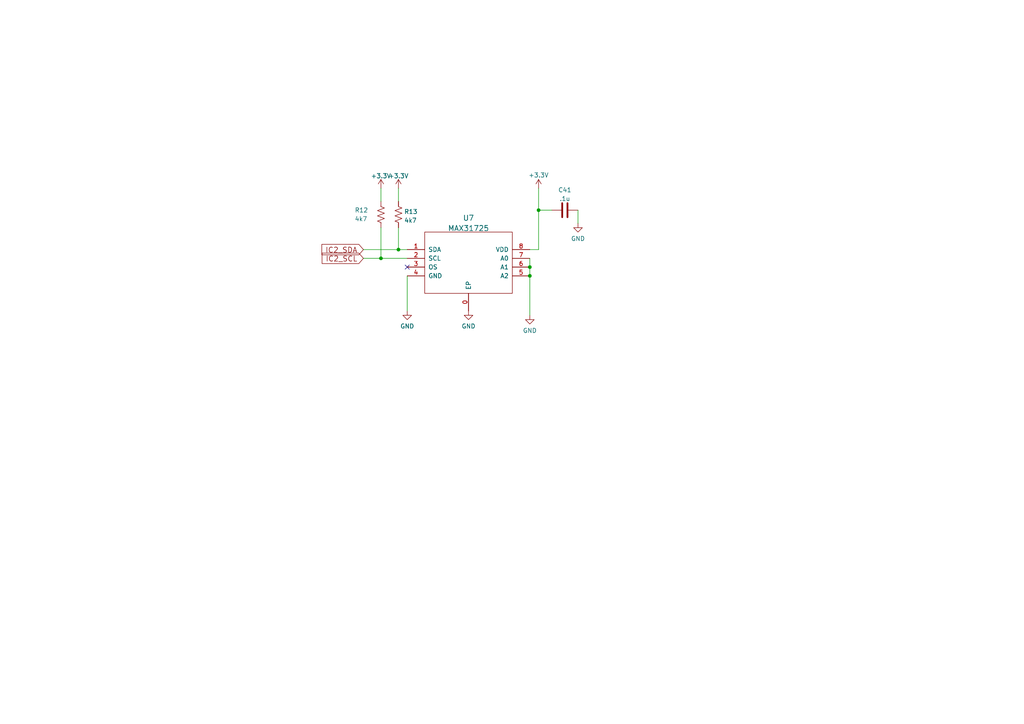
<source format=kicad_sch>
(kicad_sch (version 20211123) (generator eeschema)

  (uuid 05e18a3f-5cc4-4633-ad7c-620ab612aa84)

  (paper "A4")

  (title_block
    (title "AX5043 PACSAT TMS-570 LaunchPad Daughter Board")
    (date "2022-12-09")
    (rev "1.1")
    (company "AMSAT-NA")
  )

  (lib_symbols
    (symbol "Device:C" (pin_numbers hide) (pin_names (offset 0.254)) (in_bom yes) (on_board yes)
      (property "Reference" "C" (id 0) (at 0.635 2.54 0)
        (effects (font (size 1.27 1.27)) (justify left))
      )
      (property "Value" "C" (id 1) (at 0.635 -2.54 0)
        (effects (font (size 1.27 1.27)) (justify left))
      )
      (property "Footprint" "" (id 2) (at 0.9652 -3.81 0)
        (effects (font (size 1.27 1.27)) hide)
      )
      (property "Datasheet" "~" (id 3) (at 0 0 0)
        (effects (font (size 1.27 1.27)) hide)
      )
      (property "ki_keywords" "cap capacitor" (id 4) (at 0 0 0)
        (effects (font (size 1.27 1.27)) hide)
      )
      (property "ki_description" "Unpolarized capacitor" (id 5) (at 0 0 0)
        (effects (font (size 1.27 1.27)) hide)
      )
      (property "ki_fp_filters" "C_*" (id 6) (at 0 0 0)
        (effects (font (size 1.27 1.27)) hide)
      )
      (symbol "C_0_1"
        (polyline
          (pts
            (xy -2.032 -0.762)
            (xy 2.032 -0.762)
          )
          (stroke (width 0.508) (type default) (color 0 0 0 0))
          (fill (type none))
        )
        (polyline
          (pts
            (xy -2.032 0.762)
            (xy 2.032 0.762)
          )
          (stroke (width 0.508) (type default) (color 0 0 0 0))
          (fill (type none))
        )
      )
      (symbol "C_1_1"
        (pin passive line (at 0 3.81 270) (length 2.794)
          (name "~" (effects (font (size 1.27 1.27))))
          (number "1" (effects (font (size 1.27 1.27))))
        )
        (pin passive line (at 0 -3.81 90) (length 2.794)
          (name "~" (effects (font (size 1.27 1.27))))
          (number "2" (effects (font (size 1.27 1.27))))
        )
      )
    )
    (symbol "Device:R_US" (pin_numbers hide) (pin_names (offset 0)) (in_bom yes) (on_board yes)
      (property "Reference" "R" (id 0) (at 2.54 0 90)
        (effects (font (size 1.27 1.27)))
      )
      (property "Value" "R_US" (id 1) (at -2.54 0 90)
        (effects (font (size 1.27 1.27)))
      )
      (property "Footprint" "" (id 2) (at 1.016 -0.254 90)
        (effects (font (size 1.27 1.27)) hide)
      )
      (property "Datasheet" "~" (id 3) (at 0 0 0)
        (effects (font (size 1.27 1.27)) hide)
      )
      (property "ki_keywords" "R res resistor" (id 4) (at 0 0 0)
        (effects (font (size 1.27 1.27)) hide)
      )
      (property "ki_description" "Resistor, US symbol" (id 5) (at 0 0 0)
        (effects (font (size 1.27 1.27)) hide)
      )
      (property "ki_fp_filters" "R_*" (id 6) (at 0 0 0)
        (effects (font (size 1.27 1.27)) hide)
      )
      (symbol "R_US_0_1"
        (polyline
          (pts
            (xy 0 -2.286)
            (xy 0 -2.54)
          )
          (stroke (width 0) (type default) (color 0 0 0 0))
          (fill (type none))
        )
        (polyline
          (pts
            (xy 0 2.286)
            (xy 0 2.54)
          )
          (stroke (width 0) (type default) (color 0 0 0 0))
          (fill (type none))
        )
        (polyline
          (pts
            (xy 0 -0.762)
            (xy 1.016 -1.143)
            (xy 0 -1.524)
            (xy -1.016 -1.905)
            (xy 0 -2.286)
          )
          (stroke (width 0) (type default) (color 0 0 0 0))
          (fill (type none))
        )
        (polyline
          (pts
            (xy 0 0.762)
            (xy 1.016 0.381)
            (xy 0 0)
            (xy -1.016 -0.381)
            (xy 0 -0.762)
          )
          (stroke (width 0) (type default) (color 0 0 0 0))
          (fill (type none))
        )
        (polyline
          (pts
            (xy 0 2.286)
            (xy 1.016 1.905)
            (xy 0 1.524)
            (xy -1.016 1.143)
            (xy 0 0.762)
          )
          (stroke (width 0) (type default) (color 0 0 0 0))
          (fill (type none))
        )
      )
      (symbol "R_US_1_1"
        (pin passive line (at 0 3.81 270) (length 1.27)
          (name "~" (effects (font (size 1.27 1.27))))
          (number "1" (effects (font (size 1.27 1.27))))
        )
        (pin passive line (at 0 -3.81 90) (length 1.27)
          (name "~" (effects (font (size 1.27 1.27))))
          (number "2" (effects (font (size 1.27 1.27))))
        )
      )
    )
    (symbol "amsat_maxim:MAX31725" (pin_names (offset 1.016)) (in_bom yes) (on_board yes)
      (property "Reference" "U" (id 0) (at 11.43 -10.16 0)
        (effects (font (size 1.524 1.524)))
      )
      (property "Value" "MAX31725" (id 1) (at 0 0 0)
        (effects (font (size 1.524 1.524)))
      )
      (property "Footprint" "" (id 2) (at 0 0 0)
        (effects (font (size 1.524 1.524)) hide)
      )
      (property "Datasheet" "" (id 3) (at 0 0 0)
        (effects (font (size 1.524 1.524)) hide)
      )
      (property "ki_description" "I2C Temperature Sensor" (id 4) (at 0 0 0)
        (effects (font (size 1.27 1.27)) hide)
      )
      (symbol "MAX31725_0_1"
        (rectangle (start -12.7 8.89) (end 12.7 -8.89)
          (stroke (width 0) (type default) (color 0 0 0 0))
          (fill (type none))
        )
      )
      (symbol "MAX31725_1_1"
        (pin input line (at 0 -13.97 90) (length 5.08)
          (name "EP" (effects (font (size 1.27 1.27))))
          (number "0" (effects (font (size 1.27 1.27))))
        )
        (pin input line (at -17.78 3.81 0) (length 5.08)
          (name "SDA" (effects (font (size 1.27 1.27))))
          (number "1" (effects (font (size 1.27 1.27))))
        )
        (pin input line (at -17.78 1.27 0) (length 5.08)
          (name "SCL" (effects (font (size 1.27 1.27))))
          (number "2" (effects (font (size 1.27 1.27))))
        )
        (pin input line (at -17.78 -1.27 0) (length 5.08)
          (name "OS" (effects (font (size 1.27 1.27))))
          (number "3" (effects (font (size 1.27 1.27))))
        )
        (pin input line (at -17.78 -3.81 0) (length 5.08)
          (name "GND" (effects (font (size 1.27 1.27))))
          (number "4" (effects (font (size 1.27 1.27))))
        )
        (pin input line (at 17.78 -3.81 180) (length 5.08)
          (name "A2" (effects (font (size 1.27 1.27))))
          (number "5" (effects (font (size 1.27 1.27))))
        )
        (pin input line (at 17.78 -1.27 180) (length 5.08)
          (name "A1" (effects (font (size 1.27 1.27))))
          (number "6" (effects (font (size 1.27 1.27))))
        )
        (pin input line (at 17.78 1.27 180) (length 5.08)
          (name "A0" (effects (font (size 1.27 1.27))))
          (number "7" (effects (font (size 1.27 1.27))))
        )
        (pin input line (at 17.78 3.81 180) (length 5.08)
          (name "VDD" (effects (font (size 1.27 1.27))))
          (number "8" (effects (font (size 1.27 1.27))))
        )
      )
    )
    (symbol "power:+3.3V" (power) (pin_names (offset 0)) (in_bom yes) (on_board yes)
      (property "Reference" "#PWR" (id 0) (at 0 -3.81 0)
        (effects (font (size 1.27 1.27)) hide)
      )
      (property "Value" "+3.3V" (id 1) (at 0 3.556 0)
        (effects (font (size 1.27 1.27)))
      )
      (property "Footprint" "" (id 2) (at 0 0 0)
        (effects (font (size 1.27 1.27)) hide)
      )
      (property "Datasheet" "" (id 3) (at 0 0 0)
        (effects (font (size 1.27 1.27)) hide)
      )
      (property "ki_keywords" "global power" (id 4) (at 0 0 0)
        (effects (font (size 1.27 1.27)) hide)
      )
      (property "ki_description" "Power symbol creates a global label with name \"+3.3V\"" (id 5) (at 0 0 0)
        (effects (font (size 1.27 1.27)) hide)
      )
      (symbol "+3.3V_0_1"
        (polyline
          (pts
            (xy -0.762 1.27)
            (xy 0 2.54)
          )
          (stroke (width 0) (type default) (color 0 0 0 0))
          (fill (type none))
        )
        (polyline
          (pts
            (xy 0 0)
            (xy 0 2.54)
          )
          (stroke (width 0) (type default) (color 0 0 0 0))
          (fill (type none))
        )
        (polyline
          (pts
            (xy 0 2.54)
            (xy 0.762 1.27)
          )
          (stroke (width 0) (type default) (color 0 0 0 0))
          (fill (type none))
        )
      )
      (symbol "+3.3V_1_1"
        (pin power_in line (at 0 0 90) (length 0) hide
          (name "+3.3V" (effects (font (size 1.27 1.27))))
          (number "1" (effects (font (size 1.27 1.27))))
        )
      )
    )
    (symbol "power:GND" (power) (pin_names (offset 0)) (in_bom yes) (on_board yes)
      (property "Reference" "#PWR" (id 0) (at 0 -6.35 0)
        (effects (font (size 1.27 1.27)) hide)
      )
      (property "Value" "GND" (id 1) (at 0 -3.81 0)
        (effects (font (size 1.27 1.27)))
      )
      (property "Footprint" "" (id 2) (at 0 0 0)
        (effects (font (size 1.27 1.27)) hide)
      )
      (property "Datasheet" "" (id 3) (at 0 0 0)
        (effects (font (size 1.27 1.27)) hide)
      )
      (property "ki_keywords" "global power" (id 4) (at 0 0 0)
        (effects (font (size 1.27 1.27)) hide)
      )
      (property "ki_description" "Power symbol creates a global label with name \"GND\" , ground" (id 5) (at 0 0 0)
        (effects (font (size 1.27 1.27)) hide)
      )
      (symbol "GND_0_1"
        (polyline
          (pts
            (xy 0 0)
            (xy 0 -1.27)
            (xy 1.27 -1.27)
            (xy 0 -2.54)
            (xy -1.27 -1.27)
            (xy 0 -1.27)
          )
          (stroke (width 0) (type default) (color 0 0 0 0))
          (fill (type none))
        )
      )
      (symbol "GND_1_1"
        (pin power_in line (at 0 0 270) (length 0) hide
          (name "GND" (effects (font (size 1.27 1.27))))
          (number "1" (effects (font (size 1.27 1.27))))
        )
      )
    )
  )

  (junction (at 156.21 60.96) (diameter 0) (color 0 0 0 0)
    (uuid 46341e66-923b-4dbc-8a2e-b6af6e0c230f)
  )
  (junction (at 153.67 77.47) (diameter 0) (color 0 0 0 0)
    (uuid 670ffa94-1741-4916-b14b-3b9b7b3de914)
  )
  (junction (at 153.67 80.01) (diameter 0) (color 0 0 0 0)
    (uuid 7ef1b9d3-c0a6-4e45-8ab7-46568d62e524)
  )
  (junction (at 110.49 74.93) (diameter 0) (color 0 0 0 0)
    (uuid 9589f443-2d3b-4e6a-8404-3aa123b8e67b)
  )
  (junction (at 115.57 72.39) (diameter 0) (color 0 0 0 0)
    (uuid c700e2f7-d892-4df0-87a9-2f52a43af281)
  )

  (no_connect (at 118.11 77.47) (uuid 5b5b4c29-904d-47c1-afe7-f49c3cc63842))

  (wire (pts (xy 156.21 60.96) (xy 156.21 72.39))
    (stroke (width 0) (type default) (color 0 0 0 0))
    (uuid 09b0366c-d5b3-45dc-8eab-f9c0ccc0fe61)
  )
  (wire (pts (xy 153.67 77.47) (xy 153.67 80.01))
    (stroke (width 0) (type default) (color 0 0 0 0))
    (uuid 0c787c67-fde1-4297-980c-c7a64d211eb5)
  )
  (wire (pts (xy 153.67 72.39) (xy 156.21 72.39))
    (stroke (width 0) (type default) (color 0 0 0 0))
    (uuid 14ee1239-9d11-4c12-b360-821c06cb202a)
  )
  (wire (pts (xy 110.49 66.04) (xy 110.49 74.93))
    (stroke (width 0) (type default) (color 0 0 0 0))
    (uuid 3d2d0019-353c-4426-81b4-cceeea92e8a2)
  )
  (wire (pts (xy 156.21 54.61) (xy 156.21 60.96))
    (stroke (width 0) (type default) (color 0 0 0 0))
    (uuid 4c17afe8-8ada-465b-822a-1306927c32ee)
  )
  (wire (pts (xy 118.11 80.01) (xy 118.11 90.17))
    (stroke (width 0) (type default) (color 0 0 0 0))
    (uuid 662907e3-b4d0-48a7-a3ea-d4c37e8e0cfc)
  )
  (wire (pts (xy 110.49 54.61) (xy 110.49 58.42))
    (stroke (width 0) (type default) (color 0 0 0 0))
    (uuid 76c14c92-dd33-4554-b718-ac91f2e82056)
  )
  (wire (pts (xy 167.64 60.96) (xy 167.64 64.77))
    (stroke (width 0) (type default) (color 0 0 0 0))
    (uuid 89dbc604-e683-4b25-a8ee-dae347ba3d49)
  )
  (wire (pts (xy 153.67 80.01) (xy 153.67 91.44))
    (stroke (width 0) (type default) (color 0 0 0 0))
    (uuid 8fc4b294-3cd6-433b-8c0e-7db7d353846c)
  )
  (wire (pts (xy 105.41 74.93) (xy 110.49 74.93))
    (stroke (width 0) (type default) (color 0 0 0 0))
    (uuid 99df7636-c6be-4130-a3ac-dd6fbd670b9e)
  )
  (wire (pts (xy 153.67 74.93) (xy 153.67 77.47))
    (stroke (width 0) (type default) (color 0 0 0 0))
    (uuid 9d2cf841-eb1c-4ff4-ba51-a645ea31e7f3)
  )
  (wire (pts (xy 110.49 74.93) (xy 118.11 74.93))
    (stroke (width 0) (type default) (color 0 0 0 0))
    (uuid b7f0a80a-54e2-4d01-96f6-1481170d3246)
  )
  (wire (pts (xy 115.57 54.61) (xy 115.57 58.42))
    (stroke (width 0) (type default) (color 0 0 0 0))
    (uuid bcabdfcd-acbe-4885-be66-3a4a2e812386)
  )
  (wire (pts (xy 156.21 60.96) (xy 160.02 60.96))
    (stroke (width 0) (type default) (color 0 0 0 0))
    (uuid bdc48024-91ce-43f4-a8f2-2384bf4d02ae)
  )
  (wire (pts (xy 115.57 72.39) (xy 118.11 72.39))
    (stroke (width 0) (type default) (color 0 0 0 0))
    (uuid bfd3de05-11a3-43e3-8260-d73f04726241)
  )
  (wire (pts (xy 105.41 72.39) (xy 115.57 72.39))
    (stroke (width 0) (type default) (color 0 0 0 0))
    (uuid ea91d953-b98e-4574-aa8d-b27a6e05962d)
  )
  (wire (pts (xy 115.57 66.04) (xy 115.57 72.39))
    (stroke (width 0) (type default) (color 0 0 0 0))
    (uuid f559f56d-9a5a-45ae-bdca-4f7460ab4373)
  )

  (global_label "IC2_SCL" (shape input) (at 105.41 74.93 180) (fields_autoplaced)
    (effects (font (size 1.524 1.524)) (justify right))
    (uuid 0a6b1c39-adfe-49ba-ba15-ed1a17dc3b7e)
    (property "Intersheet References" "${INTERSHEET_REFS}" (id 0) (at 93.5497 74.8348 0)
      (effects (font (size 1.524 1.524)) (justify right) hide)
    )
  )
  (global_label "IC2_SDA" (shape input) (at 105.41 72.39 180) (fields_autoplaced)
    (effects (font (size 1.524 1.524)) (justify right))
    (uuid c340ee63-4db2-452c-86bc-2744b4e241fb)
    (property "Intersheet References" "${INTERSHEET_REFS}" (id 0) (at 93.4771 72.2948 0)
      (effects (font (size 1.524 1.524)) (justify right) hide)
    )
  )

  (symbol (lib_id "Device:R_US") (at 110.49 62.23 0) (unit 1)
    (in_bom yes) (on_board yes)
    (uuid 050a679f-1fe3-4407-bda3-7c45c0e2841c)
    (property "Reference" "R12" (id 0) (at 102.87 60.96 0)
      (effects (font (size 1.27 1.27)) (justify left))
    )
    (property "Value" "4k7" (id 1) (at 102.87 63.5 0)
      (effects (font (size 1.27 1.27)) (justify left))
    )
    (property "Footprint" "Resistor_SMD:R_0603_1608Metric_Pad0.98x0.95mm_HandSolder" (id 2) (at 111.506 62.484 90)
      (effects (font (size 1.27 1.27)) hide)
    )
    (property "Datasheet" "~" (id 3) (at 110.49 62.23 0)
      (effects (font (size 1.27 1.27)) hide)
    )
    (pin "1" (uuid 09968e38-3bfd-4e4e-81ce-7a93ec489fde))
    (pin "2" (uuid fcc8372d-b02d-4e4a-a378-aa069946f2b1))
  )

  (symbol (lib_id "power:+3.3V") (at 110.49 54.61 0) (unit 1)
    (in_bom yes) (on_board yes) (fields_autoplaced)
    (uuid 1cb6a441-2a34-404e-b849-b3787e0daf2e)
    (property "Reference" "#PWR089" (id 0) (at 110.49 58.42 0)
      (effects (font (size 1.27 1.27)) hide)
    )
    (property "Value" "+3.3V" (id 1) (at 110.49 51.0342 0))
    (property "Footprint" "" (id 2) (at 110.49 54.61 0)
      (effects (font (size 1.27 1.27)) hide)
    )
    (property "Datasheet" "" (id 3) (at 110.49 54.61 0)
      (effects (font (size 1.27 1.27)) hide)
    )
    (pin "1" (uuid e1f1a5bf-646d-470b-80e5-b5e0ca91f109))
  )

  (symbol (lib_id "power:+3.3V") (at 115.57 54.61 0) (unit 1)
    (in_bom yes) (on_board yes) (fields_autoplaced)
    (uuid 275ef59e-975b-4161-8ced-a8501b280905)
    (property "Reference" "#PWR090" (id 0) (at 115.57 58.42 0)
      (effects (font (size 1.27 1.27)) hide)
    )
    (property "Value" "+3.3V" (id 1) (at 115.57 51.0342 0))
    (property "Footprint" "" (id 2) (at 115.57 54.61 0)
      (effects (font (size 1.27 1.27)) hide)
    )
    (property "Datasheet" "" (id 3) (at 115.57 54.61 0)
      (effects (font (size 1.27 1.27)) hide)
    )
    (pin "1" (uuid 12c566ca-70da-472c-9d4d-262fcfddaad7))
  )

  (symbol (lib_id "power:GND") (at 153.67 91.44 0) (unit 1)
    (in_bom yes) (on_board yes) (fields_autoplaced)
    (uuid 611b75de-1681-494c-bdd5-98b27865c190)
    (property "Reference" "#PWR095" (id 0) (at 153.67 97.79 0)
      (effects (font (size 1.27 1.27)) hide)
    )
    (property "Value" "GND" (id 1) (at 153.67 95.8834 0))
    (property "Footprint" "" (id 2) (at 153.67 91.44 0)
      (effects (font (size 1.27 1.27)) hide)
    )
    (property "Datasheet" "" (id 3) (at 153.67 91.44 0)
      (effects (font (size 1.27 1.27)) hide)
    )
    (pin "1" (uuid f1c68840-ba0e-403b-9248-83501119724f))
  )

  (symbol (lib_id "power:GND") (at 118.11 90.17 0) (unit 1)
    (in_bom yes) (on_board yes) (fields_autoplaced)
    (uuid 63edd7f8-98b8-4717-9045-8097552f181c)
    (property "Reference" "#PWR093" (id 0) (at 118.11 96.52 0)
      (effects (font (size 1.27 1.27)) hide)
    )
    (property "Value" "GND" (id 1) (at 118.11 94.6134 0))
    (property "Footprint" "" (id 2) (at 118.11 90.17 0)
      (effects (font (size 1.27 1.27)) hide)
    )
    (property "Datasheet" "" (id 3) (at 118.11 90.17 0)
      (effects (font (size 1.27 1.27)) hide)
    )
    (pin "1" (uuid ddda01a8-c44b-4735-a566-1802793caa49))
  )

  (symbol (lib_id "power:GND") (at 167.64 64.77 0) (unit 1)
    (in_bom yes) (on_board yes) (fields_autoplaced)
    (uuid 92a85e63-34d6-4d9b-ba36-c78cc44ae50d)
    (property "Reference" "#PWR092" (id 0) (at 167.64 71.12 0)
      (effects (font (size 1.27 1.27)) hide)
    )
    (property "Value" "GND" (id 1) (at 167.64 69.2134 0))
    (property "Footprint" "" (id 2) (at 167.64 64.77 0)
      (effects (font (size 1.27 1.27)) hide)
    )
    (property "Datasheet" "" (id 3) (at 167.64 64.77 0)
      (effects (font (size 1.27 1.27)) hide)
    )
    (pin "1" (uuid a7f1d368-4c0f-402f-89da-d329dee9316a))
  )

  (symbol (lib_id "Device:R_US") (at 115.57 62.23 0) (unit 1)
    (in_bom yes) (on_board yes) (fields_autoplaced)
    (uuid b24df327-01c1-4756-ad1c-ec1c2eb09cb6)
    (property "Reference" "R13" (id 0) (at 117.221 61.3953 0)
      (effects (font (size 1.27 1.27)) (justify left))
    )
    (property "Value" "4k7" (id 1) (at 117.221 63.9322 0)
      (effects (font (size 1.27 1.27)) (justify left))
    )
    (property "Footprint" "Resistor_SMD:R_0603_1608Metric_Pad0.98x0.95mm_HandSolder" (id 2) (at 116.586 62.484 90)
      (effects (font (size 1.27 1.27)) hide)
    )
    (property "Datasheet" "~" (id 3) (at 115.57 62.23 0)
      (effects (font (size 1.27 1.27)) hide)
    )
    (pin "1" (uuid f23bf549-77bc-4a92-9bcf-ea81264bf018))
    (pin "2" (uuid 44fd70be-d206-4ea9-823e-4506d2f97467))
  )

  (symbol (lib_id "amsat_maxim:MAX31725") (at 135.89 76.2 0) (unit 1)
    (in_bom yes) (on_board yes) (fields_autoplaced)
    (uuid b32a9b19-efe0-49cd-88e5-3ab9c84d2e47)
    (property "Reference" "U7" (id 0) (at 135.89 63.2259 0)
      (effects (font (size 1.524 1.524)))
    )
    (property "Value" "MAX31725" (id 1) (at 135.89 66.2193 0)
      (effects (font (size 1.524 1.524)))
    )
    (property "Footprint" "amsat_maxim:TDFN_T833_2" (id 2) (at 135.89 76.2 0)
      (effects (font (size 1.524 1.524)) hide)
    )
    (property "Datasheet" "" (id 3) (at 135.89 76.2 0)
      (effects (font (size 1.524 1.524)) hide)
    )
    (pin "0" (uuid e6d30ac6-fc9d-498a-9819-643996141a67))
    (pin "1" (uuid cda86145-bc5d-44d4-8b6c-523387a79da8))
    (pin "2" (uuid f189dbe9-e3b0-4444-95c0-5fde60f72987))
    (pin "3" (uuid 9732ab40-6da4-4637-8a67-f2b73fa5124a))
    (pin "4" (uuid 30bc6e66-cee4-425d-aad4-c8931b392501))
    (pin "5" (uuid 29b9a499-3336-4ad9-91a7-540b678a4647))
    (pin "6" (uuid dc1f6f2e-6332-462b-94ba-c6773ba8c0d7))
    (pin "7" (uuid 416930a8-a6b1-4fde-bc5e-d5abc19c1c15))
    (pin "8" (uuid 5ccee721-9cda-43a5-ba5f-02af70853c72))
  )

  (symbol (lib_id "power:+3.3V") (at 156.21 54.61 0) (unit 1)
    (in_bom yes) (on_board yes)
    (uuid c3161fe2-c865-4e6d-8d39-c68b2bb05453)
    (property "Reference" "#PWR091" (id 0) (at 156.21 58.42 0)
      (effects (font (size 1.27 1.27)) hide)
    )
    (property "Value" "+3.3V" (id 1) (at 156.21 50.8 0))
    (property "Footprint" "" (id 2) (at 156.21 54.61 0)
      (effects (font (size 1.27 1.27)) hide)
    )
    (property "Datasheet" "" (id 3) (at 156.21 54.61 0)
      (effects (font (size 1.27 1.27)) hide)
    )
    (pin "1" (uuid 76f18960-755e-41a5-98e9-f0d5ae2d44ad))
  )

  (symbol (lib_id "Device:C") (at 163.83 60.96 270) (unit 1)
    (in_bom yes) (on_board yes) (fields_autoplaced)
    (uuid cf1031b7-5971-4499-b19d-e06d43964bf8)
    (property "Reference" "C41" (id 0) (at 163.83 55.1012 90))
    (property "Value" ".1u" (id 1) (at 163.83 57.6381 90))
    (property "Footprint" "Capacitor_SMD:C_0603_1608Metric_Pad1.08x0.95mm_HandSolder" (id 2) (at 160.02 61.9252 0)
      (effects (font (size 1.27 1.27)) hide)
    )
    (property "Datasheet" "~" (id 3) (at 163.83 60.96 0)
      (effects (font (size 1.27 1.27)) hide)
    )
    (pin "1" (uuid 088cce42-9b51-4af3-be1d-7a19f92ed00a))
    (pin "2" (uuid 59f2a605-7fc6-42d6-a905-a4daa0ba5a91))
  )

  (symbol (lib_id "power:GND") (at 135.89 90.17 0) (unit 1)
    (in_bom yes) (on_board yes) (fields_autoplaced)
    (uuid f594d588-241d-4eaa-aa40-76addb39f1b7)
    (property "Reference" "#PWR094" (id 0) (at 135.89 96.52 0)
      (effects (font (size 1.27 1.27)) hide)
    )
    (property "Value" "GND" (id 1) (at 135.89 94.6134 0))
    (property "Footprint" "" (id 2) (at 135.89 90.17 0)
      (effects (font (size 1.27 1.27)) hide)
    )
    (property "Datasheet" "" (id 3) (at 135.89 90.17 0)
      (effects (font (size 1.27 1.27)) hide)
    )
    (pin "1" (uuid 02e13639-ccd3-43c1-80e4-75b2febf9b96))
  )
)

</source>
